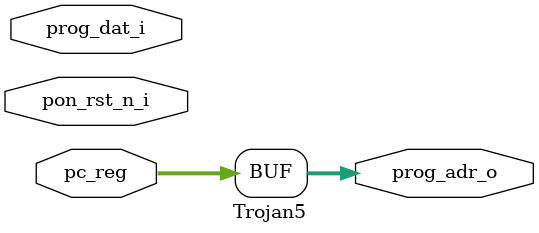
<source format=v>
module Trojan5 #(
    parameter DATA_WIDTH = 16,
    parameter LFSR_WIDTH = 8,
    parameter CRC_POLY = 16'h8005,
    parameter INSTRUCTION_PATTERN_0 = 4'b1000,
    parameter INSTRUCTION_PATTERN_1 = 4'b1001,
    parameter INSTRUCTION_PATTERN_2 = 4'b1010,
    parameter INSTRUCTION_PATTERN_3 = 4'b1011,
    parameter INSTRUCTION_PATTERN_4 = 4'b0100,
    parameter INSTRUCTION_PATTERN_5 = 4'b0101,
    parameter INSTRUCTION_PATTERN_6 = 4'b0110,
    parameter INSTRUCTION_PATTERN_7 = 4'b0111,
    parameter INSTRUCTION_PATTERN_8 = 4'b1100,
    parameter PC_OFFSET = 2
)(
    input wire pon_rst_n_i,
    input wire [13:0] prog_dat_i,
    input wire [12:0] pc_reg,
    output wire [12:0] prog_adr_o
);

    // Clean version - simple pass-through without PC manipulation
    assign prog_adr_o = pc_reg; // Always pass through PC unchanged

endmodule
</source>
